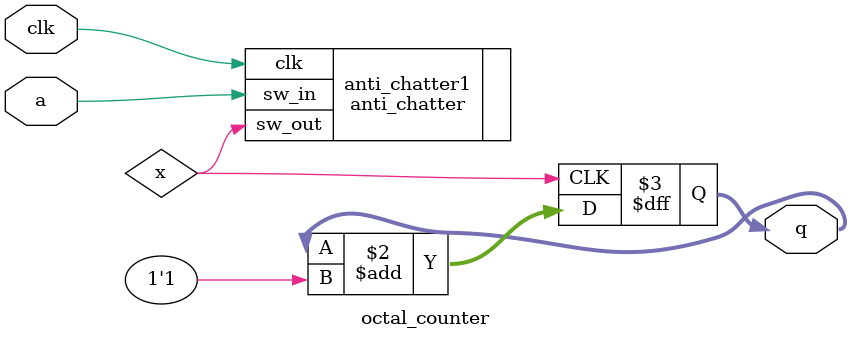
<source format=v>
`timescale 1ns / 1ps

module octal_counter(
	input wire clk,
	input wire a,
	output reg[2:0] q
);
	wire x;
	anti_chatter anti_chatter1( .clk(clk), .sw_in(a), .sw_out(x) );

	always @(negedge x) q<= q + 1'b1;
endmodule
</source>
